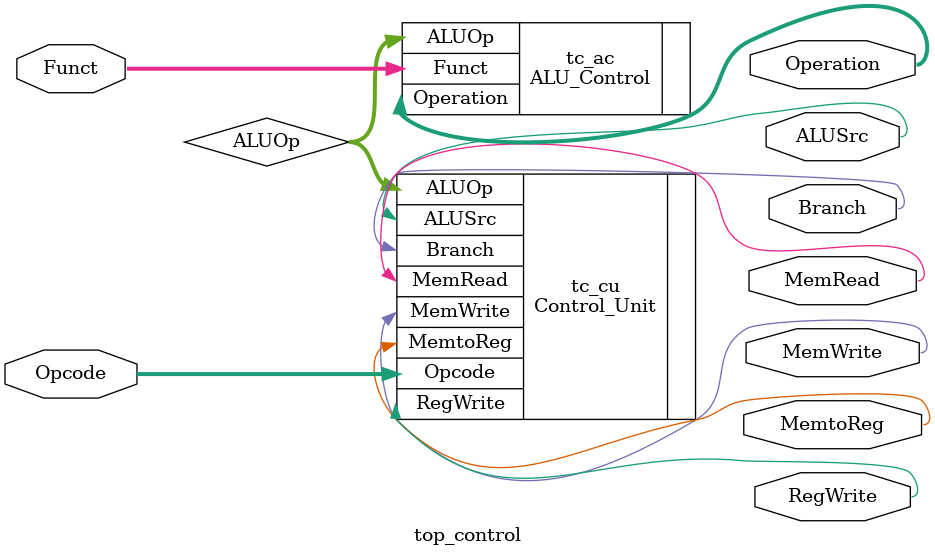
<source format=v>
module top_control
(
	input [0:6] Opcode, 
	input [0:3] Funct,
	output Branch, MemRead, MemtoReg, MemWrite, ALUSrc, RegWrite,
	output [0:3] Operation

);
	wire [0:1] ALUOp;
	
	Control_Unit tc_cu
	(
		.Opcode(Opcode),
		.Branch(Branch),
		.MemRead(MemRead),
		.MemtoReg(MemtoReg),
		.MemWrite(MemWrite),
		.ALUSrc(ALUSrc),
		.RegWrite(RegWrite),
		.ALUOp(ALUOp)

	);	
	
	ALU_Control tc_ac
	(
		.ALUOp(ALUOp),
		.Funct(Funct),
		.Operation(Operation)
	);
endmodule
	
	
</source>
